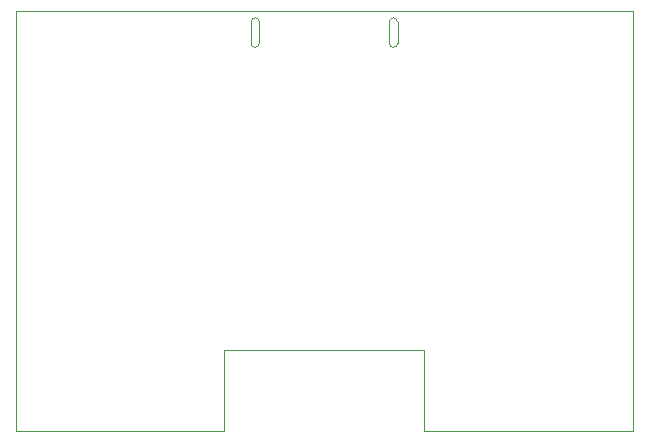
<source format=gbr>
%TF.GenerationSoftware,KiCad,Pcbnew,(6.0.5)*%
%TF.CreationDate,2022-11-09T18:14:35+05:30*%
%TF.ProjectId,USBNightLightV1,5553424e-6967-4687-944c-696768745631,rev?*%
%TF.SameCoordinates,Original*%
%TF.FileFunction,Profile,NP*%
%FSLAX46Y46*%
G04 Gerber Fmt 4.6, Leading zero omitted, Abs format (unit mm)*
G04 Created by KiCad (PCBNEW (6.0.5)) date 2022-11-09 18:14:35*
%MOMM*%
%LPD*%
G01*
G04 APERTURE LIST*
%TA.AperFunction,Profile*%
%ADD10C,0.050000*%
%TD*%
%TA.AperFunction,Profile*%
%ADD11C,0.100000*%
%TD*%
%TA.AperFunction,Profile*%
%ADD12C,0.010000*%
%TD*%
G04 APERTURE END LIST*
D10*
X152019000Y-97282000D02*
X135119000Y-97282000D01*
X117470000Y-104140000D02*
X135119000Y-104140000D01*
X152019000Y-97282000D02*
X152019000Y-104140000D01*
X117470000Y-68580000D02*
X117470000Y-104140000D01*
X135119000Y-104140000D02*
X135119000Y-97282000D01*
X169668000Y-68580000D02*
X169668000Y-104140000D01*
D11*
X117470000Y-68580000D02*
X169668000Y-68580000D01*
D10*
X152019000Y-104140000D02*
X169668000Y-104140000D01*
D12*
%TO.C,J1*%
X149069025Y-71296100D02*
X149069025Y-69496100D01*
X149769025Y-69496100D02*
X149769025Y-71296100D01*
X138069025Y-69496100D02*
X138069025Y-71296100D01*
X137369025Y-71296100D02*
X137369025Y-69496100D01*
X137719025Y-71646100D02*
G75*
G03*
X138069025Y-71296100I0J350000D01*
G01*
X149419025Y-71646100D02*
G75*
G03*
X149769025Y-71296100I-1J350001D01*
G01*
X149069025Y-71296100D02*
G75*
G03*
X149419025Y-71646100I350001J1D01*
G01*
X137369025Y-71296100D02*
G75*
G03*
X137719025Y-71646100I350000J0D01*
G01*
X137719025Y-69146100D02*
G75*
G03*
X137369025Y-69496100I0J-350000D01*
G01*
X149419025Y-69146100D02*
G75*
G03*
X149069025Y-69496100I1J-350001D01*
G01*
X149769025Y-69496100D02*
G75*
G03*
X149419025Y-69146100I-350001J-1D01*
G01*
X138069025Y-69496100D02*
G75*
G03*
X137719025Y-69146100I-350000J0D01*
G01*
%TD*%
M02*

</source>
